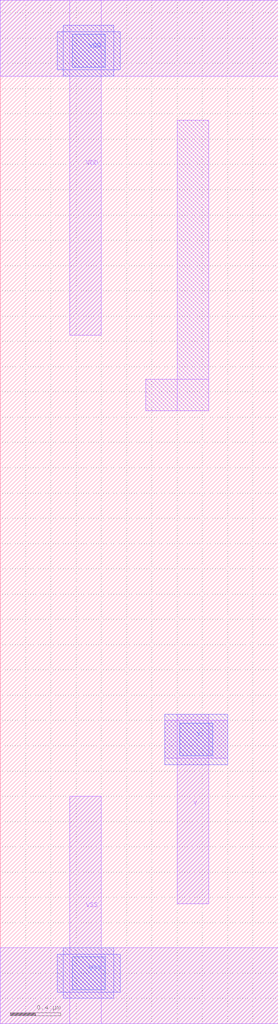
<source format=lef>
# Copyright 2022 Google LLC
# Licensed under the Apache License, Version 2.0 (the "License");
# you may not use this file except in compliance with the License.
# You may obtain a copy of the License at
#
#      http://www.apache.org/licenses/LICENSE-2.0
#
# Unless required by applicable law or agreed to in writing, software
# distributed under the License is distributed on an "AS IS" BASIS,
# WITHOUT WARRANTIES OR CONDITIONS OF ANY KIND, either express or implied.
# See the License for the specific language governing permissions and
# limitations under the License.
VERSION 5.7 ;
BUSBITCHARS "[]" ;
DIVIDERCHAR "/" ;

MACRO gf180mcu_osu_sc_12T_tielo
  CLASS CORE ;
  ORIGIN 0 0 ;
  FOREIGN gf180mcu_osu_sc_12T_tielo 0 0 ;
  SIZE 2.2 BY 8.1 ;
  SYMMETRY X Y ;
  SITE GF018hv5v_mcu_sc7 ;
  PIN VDD
    DIRECTION INOUT ;
    USE POWER ;
    SHAPE ABUTMENT ;
    PORT
      LAYER MET1 ;
        RECT 0 7.5 2.2 8.1 ;
        RECT 0.55 5.45 0.8 8.1 ;
      LAYER MET2 ;
        RECT 0.45 7.55 0.95 7.85 ;
        RECT 0.5 7.5 0.9 7.9 ;
      LAYER VIA12 ;
        RECT 0.57 7.57 0.83 7.83 ;
    END
  END VDD
  PIN VSS
    DIRECTION INOUT ;
    USE GROUND ;
    PORT
      LAYER MET1 ;
        RECT 0 0 2.2 0.6 ;
        RECT 0.55 0 0.8 1.8 ;
      LAYER MET2 ;
        RECT 0.45 0.25 0.95 0.55 ;
        RECT 0.5 0.2 0.9 0.6 ;
      LAYER VIA12 ;
        RECT 0.57 0.27 0.83 0.53 ;
    END
  END VSS
  PIN Y
    DIRECTION OUTPUT ;
    USE SIGNAL ;
    PORT
      LAYER MET1 ;
        RECT 1.3 2.1 1.8 2.4 ;
        RECT 1.4 0.95 1.65 2.45 ;
      LAYER MET2 ;
        RECT 1.3 2.05 1.8 2.45 ;
      LAYER VIA12 ;
        RECT 1.42 2.12 1.68 2.38 ;
    END
  END Y
  OBS
    LAYER MET1 ;
      RECT 1.4 4.85 1.65 7.15 ;
      RECT 1.15 4.85 1.65 5.1 ;
  END
END gf180mcu_osu_sc_12T_tielo

</source>
